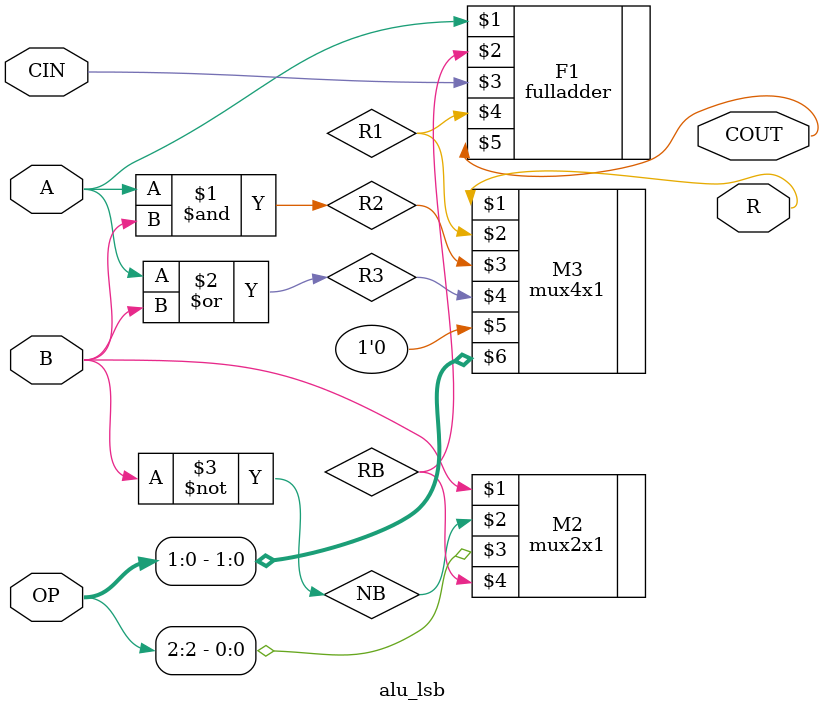
<source format=v>
module alu_lsb (R, COUT, A, B, CIN, OP);
	output R, COUT;
	input A, B, CIN; 
	input [3:0] OP;
	
	wire R1, R2, R3;
	wire NA, NB; //used for not gate
	wire RA, RB; //used for the result of the mux
	
	
	//not N1(NA, A);
	not N2(NB, B);
	
	//mux2x1 M1(A, NA, OP[2], RA);
	mux2x1 M2(B, NB, OP[2], RB);
	
	and (R2, A, B);
	or (R3, A, B);

	fulladder F1(A, RB, CIN, R1, COUT);
	
	mux4x1 M3(R, R1, R2, R3, 1'b0, OP[1:0]);
	
endmodule 
	
	
	
	
	
</source>
